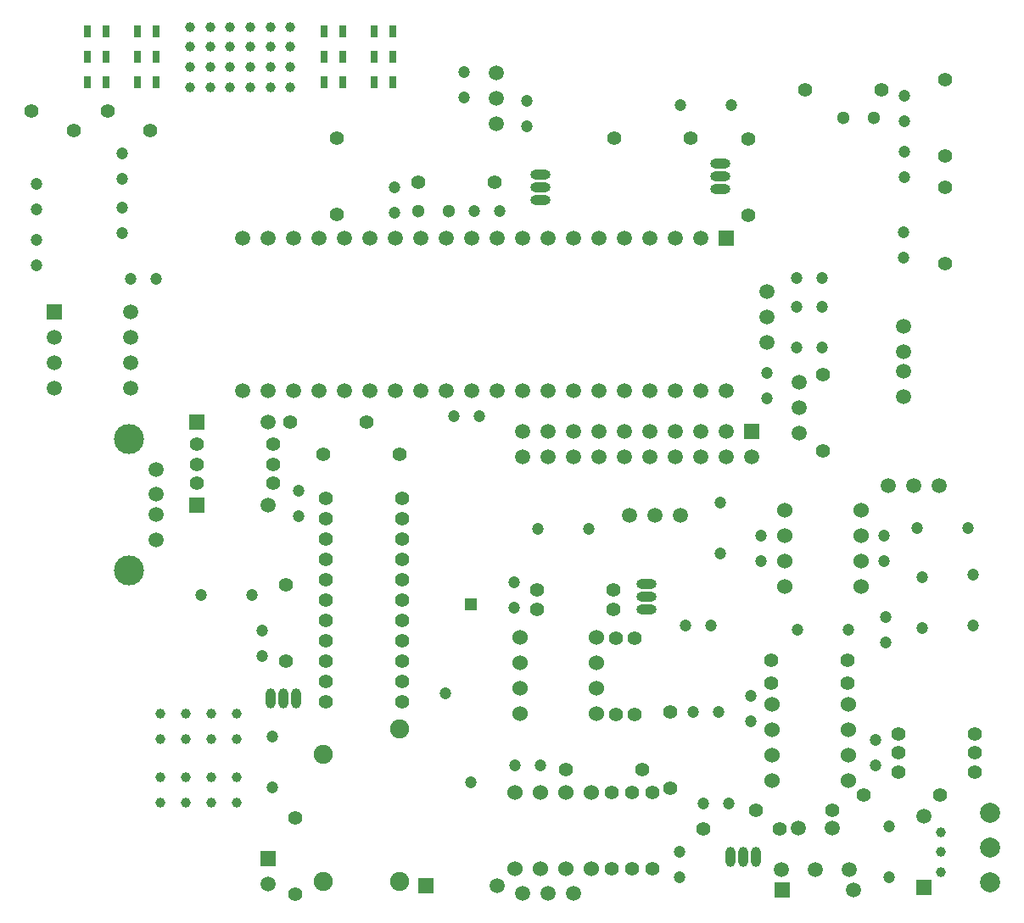
<source format=gbr>
G04 Layer_Color=255*
%FSLAX44Y44*%
%MOMM*%
%TF.FileFunction,Pads,Bot*%
%TF.Part,Single*%
G01*
G75*
%TA.AperFunction,ViaPad*%
%ADD21C,1.2000*%
%TA.AperFunction,ViaPad*%
%ADD22C,1.5000*%
%TA.AperFunction,ViaPad*%
%ADD23C,1.4000*%
%TA.AperFunction,ViaPad*%
%ADD24O,2.0000X1.0000*%
%TA.AperFunction,ViaPad*%
%ADD25O,2.0000X1.0000*%
%TA.AperFunction,ViaPad*%
%ADD26R,1.5000X1.5000*%
%TA.AperFunction,ViaPad*%
%ADD27R,1.5000X1.5000*%
%TA.AperFunction,ViaPad*%
%ADD28C,2.0000*%
%TA.AperFunction,ViaPad*%
%ADD29C,1.5240*%
%TA.AperFunction,ViaPad*%
%ADD30C,1.0000*%
%TA.AperFunction,ViaPad*%
%ADD31O,1.0000X2.0000*%
%TA.AperFunction,ViaPad*%
%ADD32O,1.0000X2.0000*%
%TA.AperFunction,ViaPad*%
%ADD33C,1.3000*%
%TA.AperFunction,ViaPad*%
%ADD34C,1.9000*%
%TA.AperFunction,ViaPad*%
%ADD35R,1.2000X1.2000*%
%TA.AperFunction,ViaPad*%
%ADD36R,0.8000X1.2000*%
%TA.AperFunction,ViaPad*%
%ADD37C,3.0000*%
D21*
X435610Y489820D02*
D03*
X461010D02*
D03*
X701386Y404048D02*
D03*
Y353248D02*
D03*
X113376Y627293D02*
D03*
X138776D02*
D03*
X104486Y727623D02*
D03*
Y753023D02*
D03*
Y673013D02*
D03*
Y698413D02*
D03*
X777586Y628563D02*
D03*
X802986D02*
D03*
Y558713D02*
D03*
X777586D02*
D03*
X748376Y533313D02*
D03*
Y507913D02*
D03*
X777586Y599353D02*
D03*
X802986D02*
D03*
X19396Y722543D02*
D03*
Y697143D02*
D03*
X885536Y754293D02*
D03*
Y728893D02*
D03*
X19396Y666663D02*
D03*
Y641263D02*
D03*
X870296Y80198D02*
D03*
Y29398D02*
D03*
X660746D02*
D03*
Y54798D02*
D03*
X519776Y377378D02*
D03*
X570576D02*
D03*
X954116Y280858D02*
D03*
Y331658D02*
D03*
X731866Y211008D02*
D03*
Y185608D02*
D03*
X829656Y277048D02*
D03*
X778856D02*
D03*
X700116Y194498D02*
D03*
X674716D02*
D03*
X710276Y103058D02*
D03*
X684876D02*
D03*
X856326Y166558D02*
D03*
Y141158D02*
D03*
X866486Y289748D02*
D03*
Y264348D02*
D03*
X742026Y371028D02*
D03*
Y345628D02*
D03*
X692496Y280858D02*
D03*
X667096D02*
D03*
X865216Y345628D02*
D03*
Y371028D02*
D03*
X522316Y141158D02*
D03*
X496916D02*
D03*
X903316Y278318D02*
D03*
Y329118D02*
D03*
X884266Y648883D02*
D03*
Y674283D02*
D03*
X885536Y810173D02*
D03*
Y784773D02*
D03*
X508346Y779693D02*
D03*
Y805093D02*
D03*
X446116Y834303D02*
D03*
Y808903D02*
D03*
X712816Y801283D02*
D03*
X662016D02*
D03*
X949036Y378648D02*
D03*
X898236D02*
D03*
X495646Y324038D02*
D03*
Y298638D02*
D03*
X254346Y170368D02*
D03*
Y119568D02*
D03*
X281016Y415478D02*
D03*
Y390078D02*
D03*
X452466Y124648D02*
D03*
X427066Y213548D02*
D03*
X481676Y694878D02*
D03*
X456276D02*
D03*
X376266Y719008D02*
D03*
Y693608D02*
D03*
X183226Y311338D02*
D03*
X234026D02*
D03*
X244186Y275778D02*
D03*
Y250378D02*
D03*
D22*
X504536Y13883D02*
D03*
X529936D02*
D03*
X555336D02*
D03*
D03*
X780126Y473623D02*
D03*
Y499023D02*
D03*
Y524423D02*
D03*
D03*
X682336Y668208D02*
D03*
X656936D02*
D03*
X631536D02*
D03*
X606136D02*
D03*
X580736D02*
D03*
X555336D02*
D03*
X529936D02*
D03*
X504536D02*
D03*
X479136D02*
D03*
X453736D02*
D03*
X428336D02*
D03*
X402936D02*
D03*
X377536D02*
D03*
X352136D02*
D03*
X326736D02*
D03*
X301336D02*
D03*
X275936D02*
D03*
X250536D02*
D03*
X225136D02*
D03*
X707736Y515808D02*
D03*
X682336D02*
D03*
X656936D02*
D03*
X631536D02*
D03*
X606136D02*
D03*
X580736D02*
D03*
X555336D02*
D03*
X529936D02*
D03*
X504536D02*
D03*
X479136D02*
D03*
X453736D02*
D03*
X428336D02*
D03*
X402936D02*
D03*
X377536D02*
D03*
X352136D02*
D03*
X326736D02*
D03*
X301336D02*
D03*
X275936D02*
D03*
X250536D02*
D03*
X225136D02*
D03*
X113376Y518348D02*
D03*
Y543748D02*
D03*
Y569148D02*
D03*
Y594548D02*
D03*
X37176Y518348D02*
D03*
Y543748D02*
D03*
Y569148D02*
D03*
X779906Y78338D02*
D03*
X813906D02*
D03*
D03*
X762906Y37338D02*
D03*
X796906D02*
D03*
X830906D02*
D03*
D03*
X834676Y16698D02*
D03*
X904586Y90298D02*
D03*
X885040Y579740D02*
D03*
Y509690D02*
D03*
Y534690D02*
D03*
Y554690D02*
D03*
X477866Y782233D02*
D03*
Y807633D02*
D03*
Y833033D02*
D03*
D03*
X748376Y563793D02*
D03*
Y589193D02*
D03*
Y614593D02*
D03*
D03*
X869026Y420558D02*
D03*
X894426D02*
D03*
X919826D02*
D03*
D03*
X611216Y391348D02*
D03*
X636616D02*
D03*
X662016D02*
D03*
D03*
X250536Y23048D02*
D03*
X478730Y21190D02*
D03*
X250476Y401508D02*
D03*
Y484058D02*
D03*
X504536Y449768D02*
D03*
Y475168D02*
D03*
X529936Y449768D02*
D03*
Y475168D02*
D03*
X555336Y449768D02*
D03*
Y475168D02*
D03*
X580736Y449768D02*
D03*
Y475168D02*
D03*
X606136Y449768D02*
D03*
Y475168D02*
D03*
X631536Y449768D02*
D03*
Y475168D02*
D03*
X656936Y449768D02*
D03*
Y475168D02*
D03*
X682336Y449768D02*
D03*
Y475168D02*
D03*
X707736Y449768D02*
D03*
Y475168D02*
D03*
X733136Y449768D02*
D03*
X138686Y391978D02*
D03*
Y411978D02*
D03*
Y436978D02*
D03*
Y366928D02*
D03*
D23*
X56226Y775883D02*
D03*
X132426D02*
D03*
X90516Y794933D02*
D03*
X14316D02*
D03*
X729326Y690793D02*
D03*
Y766993D02*
D03*
X804256Y532043D02*
D03*
Y455843D02*
D03*
X926176Y826683D02*
D03*
Y750483D02*
D03*
Y642533D02*
D03*
Y718733D02*
D03*
X862676Y816523D02*
D03*
X786476D02*
D03*
X921096Y111948D02*
D03*
X844896D02*
D03*
X761076Y77658D02*
D03*
X684876D02*
D03*
X752186Y246568D02*
D03*
X828386D02*
D03*
Y223708D02*
D03*
X752186D02*
D03*
X879186Y153858D02*
D03*
X955386D02*
D03*
X879186Y172908D02*
D03*
X955386D02*
D03*
X879186Y134808D02*
D03*
X955386D02*
D03*
X518506Y297368D02*
D03*
X594706D02*
D03*
X518506Y316418D02*
D03*
X594706D02*
D03*
X651856Y118298D02*
D03*
Y194498D02*
D03*
X616296Y268158D02*
D03*
Y191958D02*
D03*
X597246Y268158D02*
D03*
Y191958D02*
D03*
X623916Y137348D02*
D03*
X547716D02*
D03*
X476596Y724088D02*
D03*
X400396D02*
D03*
X813146Y96708D02*
D03*
X736946D02*
D03*
X277206Y12888D02*
D03*
Y89088D02*
D03*
X307686Y387538D02*
D03*
X383886D02*
D03*
Y407858D02*
D03*
X307686D02*
D03*
X383886Y204658D02*
D03*
X307686D02*
D03*
X383886Y224978D02*
D03*
X307686D02*
D03*
X383886Y245298D02*
D03*
X307686D02*
D03*
X383886Y265618D02*
D03*
X307686D02*
D03*
X383886Y285938D02*
D03*
X307686D02*
D03*
X383886Y306258D02*
D03*
X307686D02*
D03*
X383886Y326578D02*
D03*
X307686D02*
D03*
X383886Y346898D02*
D03*
X307686D02*
D03*
X383886Y367218D02*
D03*
X307686D02*
D03*
X268316Y245298D02*
D03*
Y321498D02*
D03*
X179416Y423098D02*
D03*
X255616D02*
D03*
X179416Y442148D02*
D03*
X255616D02*
D03*
X179416Y462468D02*
D03*
X255616D02*
D03*
X272126Y484058D02*
D03*
X348326D02*
D03*
X305146Y452308D02*
D03*
X381346D02*
D03*
X613756Y38288D02*
D03*
Y114488D02*
D03*
X593436Y38288D02*
D03*
Y114488D02*
D03*
X634076Y38288D02*
D03*
Y114488D02*
D03*
X595976Y768263D02*
D03*
X672176D02*
D03*
X319116Y692063D02*
D03*
Y768263D02*
D03*
D24*
X701386Y742863D02*
D03*
X627726Y297368D02*
D03*
X522316Y731433D02*
D03*
D25*
X701386Y730163D02*
D03*
Y717463D02*
D03*
X627726Y310068D02*
D03*
Y322768D02*
D03*
X522316Y718733D02*
D03*
Y706033D02*
D03*
D26*
X707736Y668208D02*
D03*
X904586Y19298D02*
D03*
X250536Y48448D02*
D03*
D27*
X37176Y594548D02*
D03*
X763676Y16698D02*
D03*
X407730Y21190D02*
D03*
X179476Y401508D02*
D03*
Y484058D02*
D03*
X733136Y475168D02*
D03*
D28*
X970626Y24148D02*
D03*
Y59148D02*
D03*
Y94148D02*
D03*
D29*
X829656Y125918D02*
D03*
D03*
Y151318D02*
D03*
Y176718D02*
D03*
Y202118D02*
D03*
X753456D02*
D03*
D03*
Y176718D02*
D03*
Y151318D02*
D03*
Y125918D02*
D03*
X501996Y269428D02*
D03*
D03*
Y244028D02*
D03*
Y218628D02*
D03*
Y193228D02*
D03*
X578196D02*
D03*
D03*
Y218628D02*
D03*
Y244028D02*
D03*
Y269428D02*
D03*
X842356Y320228D02*
D03*
D03*
Y345628D02*
D03*
Y371028D02*
D03*
Y396428D02*
D03*
X766156D02*
D03*
D03*
Y371028D02*
D03*
Y345628D02*
D03*
Y320228D02*
D03*
X496916Y38288D02*
D03*
D03*
X522316D02*
D03*
X547716D02*
D03*
X573116D02*
D03*
Y114488D02*
D03*
D03*
X547716D02*
D03*
X522316D02*
D03*
X496916D02*
D03*
D30*
X921986Y74798D02*
D03*
Y54798D02*
D03*
Y34798D02*
D03*
D03*
X172766Y819063D02*
D03*
Y839063D02*
D03*
Y859063D02*
D03*
Y879063D02*
D03*
X192766Y819063D02*
D03*
Y839063D02*
D03*
Y859063D02*
D03*
Y879063D02*
D03*
X212766Y819063D02*
D03*
Y839063D02*
D03*
Y859063D02*
D03*
Y879063D02*
D03*
X232766Y819063D02*
D03*
Y839063D02*
D03*
Y859063D02*
D03*
Y879063D02*
D03*
X252766Y819063D02*
D03*
Y839063D02*
D03*
Y859063D02*
D03*
Y879063D02*
D03*
X272766Y819063D02*
D03*
Y839063D02*
D03*
Y859063D02*
D03*
Y879063D02*
D03*
X168096Y167858D02*
D03*
X218896Y193258D02*
D03*
Y167858D02*
D03*
X193496Y193258D02*
D03*
Y167858D02*
D03*
X168096Y193258D02*
D03*
X142696D02*
D03*
Y167858D02*
D03*
Y104358D02*
D03*
Y129758D02*
D03*
X168096D02*
D03*
Y104358D02*
D03*
X193496D02*
D03*
Y129758D02*
D03*
X218896Y104358D02*
D03*
Y129758D02*
D03*
D31*
X711546Y49718D02*
D03*
X278476Y208468D02*
D03*
D32*
X724246Y49718D02*
D03*
X736946D02*
D03*
X253076Y208468D02*
D03*
X265776D02*
D03*
D33*
X824316Y788583D02*
D03*
X855316D02*
D03*
X400136Y694878D02*
D03*
X431136D02*
D03*
D34*
X381496Y177608D02*
D03*
X305496Y152208D02*
D03*
Y25208D02*
D03*
X381496D02*
D03*
D35*
X452466Y302448D02*
D03*
D36*
X375266Y823563D02*
D03*
X356466D02*
D03*
Y848963D02*
D03*
X375266D02*
D03*
Y874363D02*
D03*
X356466D02*
D03*
X70266Y823563D02*
D03*
X89066D02*
D03*
Y848963D02*
D03*
X70266D02*
D03*
X89066Y874363D02*
D03*
X70266D02*
D03*
X120266D02*
D03*
X139066D02*
D03*
X120266Y848963D02*
D03*
X139066D02*
D03*
Y823563D02*
D03*
X120266D02*
D03*
X306466Y874363D02*
D03*
X325266D02*
D03*
Y848963D02*
D03*
X306466D02*
D03*
Y823563D02*
D03*
X325266D02*
D03*
D37*
X111586Y467778D02*
D03*
Y336178D02*
D03*
%TF.MD5,F6780930CE8E81D3F0A2AFF7D3E00875*%
M02*

</source>
